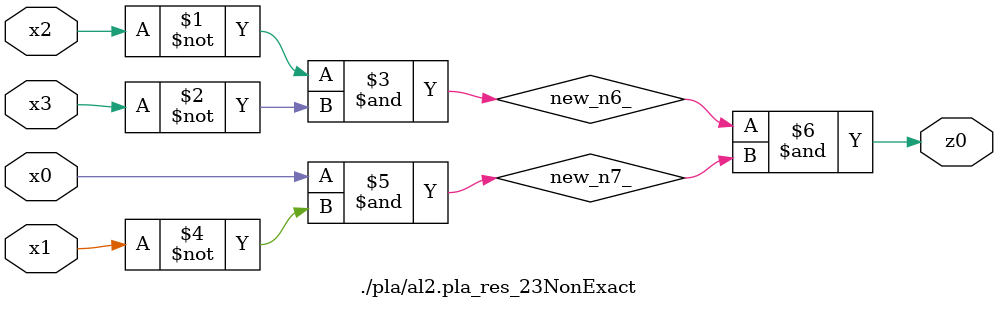
<source format=v>

module \./pla/al2.pla_res_23NonExact  ( 
    x0, x1, x2, x3,
    z0  );
  input  x0, x1, x2, x3;
  output z0;
  wire new_n6_, new_n7_;
  assign new_n6_ = ~x2 & ~x3;
  assign new_n7_ = x0 & ~x1;
  assign z0 = new_n6_ & new_n7_;
endmodule



</source>
